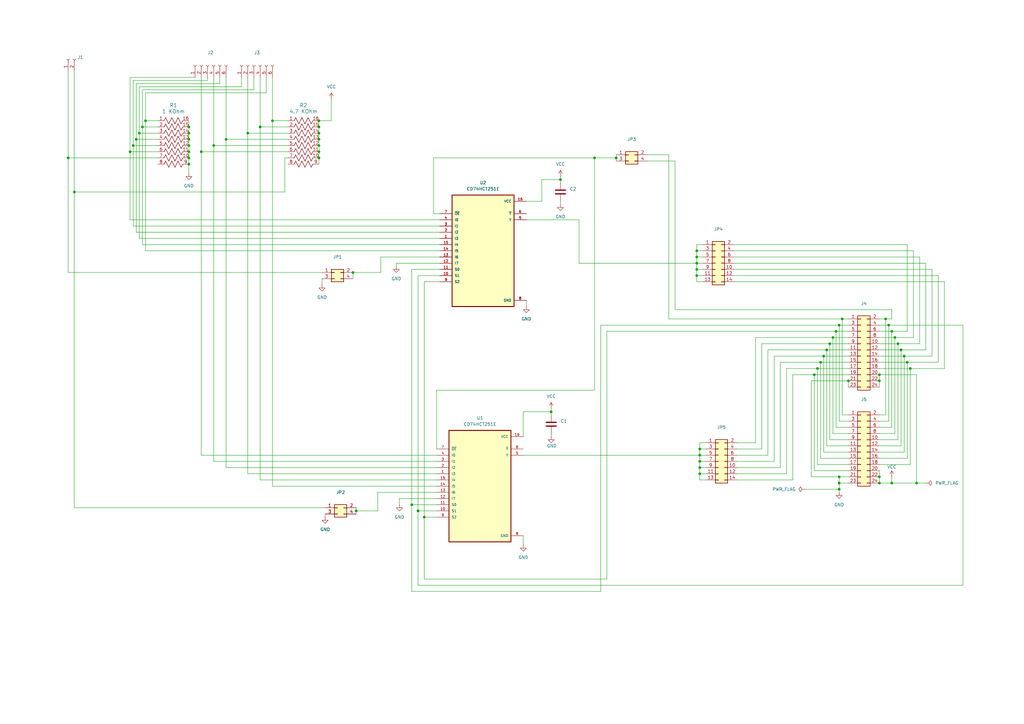
<source format=kicad_sch>
(kicad_sch (version 20231120) (generator "eeschema") (generator_version "8.0")
  (paper "A3")
  (title_block (title "Satellite board to manage 6 piano keys") (rev "0"))
  (lib_symbols
    (symbol "2024-11-04_19-40-42:4116R-1-102LF" (pin_names (offset 0.254))
      (property "Reference" "R" (at 5.08 2.54 0))
      (property "Value" "4116R-1-102LF" (at 5.08 -20.32 0))
      (symbol "4116R-1-102LF_0_1"
        (pin unspecified line (at 0 0 0) (length 2.54) (name "") (number "1"))
        (pin unspecified line (at 12.7 -15.24 180) (length 2.54) (name "") (number "10"))
        (pin unspecified line (at 12.7 -12.7 180) (length 2.54) (name "") (number "11"))
        (pin unspecified line (at 12.7 -10.16 180) (length 2.54) (name "") (number "12"))
        (pin unspecified line (at 12.7 -7.62 180) (length 2.54) (name "") (number "13"))
        (pin unspecified line (at 12.7 -5.08 180) (length 2.54) (name "") (number "14"))
        (pin unspecified line (at 12.7 -2.54 180) (length 2.54) (name "") (number "15"))
        (pin unspecified line (at 12.7 0 180) (length 2.54) (name "") (number "16"))
        (pin unspecified line (at 0 -2.54 0) (length 2.54) (name "") (number "2"))
        (pin unspecified line (at 0 -5.08 0) (length 2.54) (name "") (number "3"))
        (pin unspecified line (at 0 -7.62 0) (length 2.54) (name "") (number "4"))
        (pin unspecified line (at 0 -10.16 0) (length 2.54) (name "") (number "5"))
        (pin unspecified line (at 0 -12.7 0) (length 2.54) (name "") (number "6"))
        (pin unspecified line (at 0 -15.24 0) (length 2.54) (name "") (number "7"))
        (pin unspecified line (at 0 -17.78 0) (length 2.54) (name "") (number "8"))
        (pin unspecified line (at 12.7 -17.78 180) (length 2.54) (name "") (number "9"))
      )
    )
    (symbol "2024-11-04_19-45-11:4116R-1-472LF" (pin_names (offset 0.254))
      (property "Reference" "R" (at 5.08 2.54 0))
      (property "Value" "4116R-1-472LF" (at 5.08 -20.32 0))
      (symbol "4116R-1-472LF_0_1"
        (pin unspecified line (at 0 0 0) (length 2.54) (name "") (number "1"))
        (pin unspecified line (at 12.7 -15.24 180) (length 2.54) (name "") (number "10"))
        (pin unspecified line (at 12.7 -12.7 180) (length 2.54) (name "") (number "11"))
        (pin unspecified line (at 12.7 -10.16 180) (length 2.54) (name "") (number "12"))
        (pin unspecified line (at 12.7 -7.62 180) (length 2.54) (name "") (number "13"))
        (pin unspecified line (at 12.7 -5.08 180) (length 2.54) (name "") (number "14"))
        (pin unspecified line (at 12.7 -2.54 180) (length 2.54) (name "") (number "15"))
        (pin unspecified line (at 12.7 0 180) (length 2.54) (name "") (number "16"))
        (pin unspecified line (at 0 -2.54 0) (length 2.54) (name "") (number "2"))
        (pin unspecified line (at 0 -5.08 0) (length 2.54) (name "") (number "3"))
        (pin unspecified line (at 0 -7.62 0) (length 2.54) (name "") (number "4"))
        (pin unspecified line (at 0 -10.16 0) (length 2.54) (name "") (number "5"))
        (pin unspecified line (at 0 -12.7 0) (length 2.54) (name "") (number "6"))
        (pin unspecified line (at 0 -15.24 0) (length 2.54) (name "") (number "7"))
        (pin unspecified line (at 0 -17.78 0) (length 2.54) (name "") (number "8"))
        (pin unspecified line (at 12.7 -17.78 180) (length 2.54) (name "") (number "9"))
      )
    )
    (symbol "CD74HCT251E:CD74HCT251E" (pin_names (offset 1.016))
      (property "Reference" "U" (at -12.7 23.86 0))
      (property "Value" "CD74HCT251E" (at -12.7 -26.86 0))
      (symbol "CD74HCT251E_0_0"
        (pin input line (at -17.78 5.08 0) (length 5.08) (name "I3") (number "1"))
        (pin input line (at -17.78 -10.16 0) (length 5.08) (name "S1") (number "10"))
        (pin input line (at -17.78 -7.62 0) (length 5.08) (name "S0") (number "11"))
        (pin input line (at -17.78 -5.08 0) (length 5.08) (name "I7") (number "12"))
        (pin input line (at -17.78 -2.54 0) (length 5.08) (name "I6") (number "13"))
        (pin input line (at -17.78 0 0) (length 5.08) (name "I5") (number "14"))
        (pin input line (at -17.78 2.54 0) (length 5.08) (name "I4") (number "15"))
        (pin power_in line (at 17.78 20.32 180) (length 5.08) (name "VCC") (number "16"))
        (pin input line (at -17.78 7.62 0) (length 5.08) (name "I2") (number "2"))
        (pin input line (at -17.78 10.16 0) (length 5.08) (name "I1") (number "3"))
        (pin input line (at -17.78 12.7 0) (length 5.08) (name "I0") (number "4"))
        (pin output line (at 17.78 12.7 180) (length 5.08) (name "Y") (number "5"))
        (pin output line (at 17.78 15.24 180) (length 5.08) (name "~{Y}") (number "6"))
        (pin input line (at -17.78 15.24 0) (length 5.08) (name "~{OE}") (number "7"))
        (pin power_in line (at 17.78 -20.32 180) (length 5.08) (name "GND") (number "8"))
        (pin input line (at -17.78 -12.7 0) (length 5.08) (name "S2") (number "9"))
      )
    )
    (symbol "Connector:Conn_01x02_Socket" (pin_names (offset 1.016) hide)
      (property "Reference" "J" (at 0 2.54 0))
      (property "Value" "Conn_01x02_Socket" (at 0 -5.08 0))
      (symbol "Conn_01x02_Socket_1_1"
        (pin passive line (at -5.08 0 0) (length 3.81) (name "Pin_1") (number "1"))
        (pin passive line (at -5.08 -2.54 0) (length 3.81) (name "Pin_2") (number "2"))
      )
    )
    (symbol "Connector:Conn_01x06_Socket" (pin_names (offset 1.016) hide)
      (property "Reference" "J" (at 0 7.62 0))
      (property "Value" "Conn_01x06_Socket" (at 0 -10.16 0))
      (symbol "Conn_01x06_Socket_1_1"
        (pin passive line (at -5.08 5.08 0) (length 3.81) (name "Pin_1") (number "1"))
        (pin passive line (at -5.08 2.54 0) (length 3.81) (name "Pin_2") (number "2"))
        (pin passive line (at -5.08 0 0) (length 3.81) (name "Pin_3") (number "3"))
        (pin passive line (at -5.08 -2.54 0) (length 3.81) (name "Pin_4") (number "4"))
        (pin passive line (at -5.08 -5.08 0) (length 3.81) (name "Pin_5") (number "5"))
        (pin passive line (at -5.08 -7.62 0) (length 3.81) (name "Pin_6") (number "6"))
      )
    )
    (symbol "Connector_Generic:Conn_02x02_Odd_Even" (pin_names (offset 1.016) hide)
      (property "Reference" "J" (at 1.27 2.54 0))
      (property "Value" "Conn_02x02_Odd_Even" (at 1.27 -5.08 0))
      (symbol "Conn_02x02_Odd_Even_1_1"
        (pin passive line (at -5.08 0 0) (length 3.81) (name "Pin_1") (number "1"))
        (pin passive line (at 7.62 0 180) (length 3.81) (name "Pin_2") (number "2"))
        (pin passive line (at -5.08 -2.54 0) (length 3.81) (name "Pin_3") (number "3"))
        (pin passive line (at 7.62 -2.54 180) (length 3.81) (name "Pin_4") (number "4"))
      )
    )
    (symbol "Connector_Generic:Conn_02x07_Odd_Even" (pin_names (offset 1.016) hide)
      (property "Reference" "J" (at 1.27 10.16 0))
      (property "Value" "Conn_02x07_Odd_Even" (at 1.27 -10.16 0))
      (symbol "Conn_02x07_Odd_Even_1_1"
        (pin passive line (at -5.08 7.62 0) (length 3.81) (name "Pin_1") (number "1"))
        (pin passive line (at 7.62 -2.54 180) (length 3.81) (name "Pin_10") (number "10"))
        (pin passive line (at -5.08 -5.08 0) (length 3.81) (name "Pin_11") (number "11"))
        (pin passive line (at 7.62 -5.08 180) (length 3.81) (name "Pin_12") (number "12"))
        (pin passive line (at -5.08 -7.62 0) (length 3.81) (name "Pin_13") (number "13"))
        (pin passive line (at 7.62 -7.62 180) (length 3.81) (name "Pin_14") (number "14"))
        (pin passive line (at 7.62 7.62 180) (length 3.81) (name "Pin_2") (number "2"))
        (pin passive line (at -5.08 5.08 0) (length 3.81) (name "Pin_3") (number "3"))
        (pin passive line (at 7.62 5.08 180) (length 3.81) (name "Pin_4") (number "4"))
        (pin passive line (at -5.08 2.54 0) (length 3.81) (name "Pin_5") (number "5"))
        (pin passive line (at 7.62 2.54 180) (length 3.81) (name "Pin_6") (number "6"))
        (pin passive line (at -5.08 0 0) (length 3.81) (name "Pin_7") (number "7"))
        (pin passive line (at 7.62 0 180) (length 3.81) (name "Pin_8") (number "8"))
        (pin passive line (at -5.08 -2.54 0) (length 3.81) (name "Pin_9") (number "9"))
      )
    )
    (symbol "Connector_Generic:Conn_02x12_Odd_Even" (pin_names (offset 1.016) hide)
      (property "Reference" "J" (at 1.27 15.24 0))
      (property "Value" "Conn_02x12_Odd_Even" (at 1.27 -17.78 0))
      (symbol "Conn_02x12_Odd_Even_1_1"
        (pin passive line (at -5.08 12.7 0) (length 3.81) (name "Pin_1") (number "1"))
        (pin passive line (at 7.62 2.54 180) (length 3.81) (name "Pin_10") (number "10"))
        (pin passive line (at -5.08 0 0) (length 3.81) (name "Pin_11") (number "11"))
        (pin passive line (at 7.62 0 180) (length 3.81) (name "Pin_12") (number "12"))
        (pin passive line (at -5.08 -2.54 0) (length 3.81) (name "Pin_13") (number "13"))
        (pin passive line (at 7.62 -2.54 180) (length 3.81) (name "Pin_14") (number "14"))
        (pin passive line (at -5.08 -5.08 0) (length 3.81) (name "Pin_15") (number "15"))
        (pin passive line (at 7.62 -5.08 180) (length 3.81) (name "Pin_16") (number "16"))
        (pin passive line (at -5.08 -7.62 0) (length 3.81) (name "Pin_17") (number "17"))
        (pin passive line (at 7.62 -7.62 180) (length 3.81) (name "Pin_18") (number "18"))
        (pin passive line (at -5.08 -10.16 0) (length 3.81) (name "Pin_19") (number "19"))
        (pin passive line (at 7.62 12.7 180) (length 3.81) (name "Pin_2") (number "2"))
        (pin passive line (at 7.62 -10.16 180) (length 3.81) (name "Pin_20") (number "20"))
        (pin passive line (at -5.08 -12.7 0) (length 3.81) (name "Pin_21") (number "21"))
        (pin passive line (at 7.62 -12.7 180) (length 3.81) (name "Pin_22") (number "22"))
        (pin passive line (at -5.08 -15.24 0) (length 3.81) (name "Pin_23") (number "23"))
        (pin passive line (at 7.62 -15.24 180) (length 3.81) (name "Pin_24") (number "24"))
        (pin passive line (at -5.08 10.16 0) (length 3.81) (name "Pin_3") (number "3"))
        (pin passive line (at 7.62 10.16 180) (length 3.81) (name "Pin_4") (number "4"))
        (pin passive line (at -5.08 7.62 0) (length 3.81) (name "Pin_5") (number "5"))
        (pin passive line (at 7.62 7.62 180) (length 3.81) (name "Pin_6") (number "6"))
        (pin passive line (at -5.08 5.08 0) (length 3.81) (name "Pin_7") (number "7"))
        (pin passive line (at 7.62 5.08 180) (length 3.81) (name "Pin_8") (number "8"))
        (pin passive line (at -5.08 2.54 0) (length 3.81) (name "Pin_9") (number "9"))
      )
    )
    (symbol "Device:C" (pin_numbers hide) (pin_names (offset 0.254))
      (property "Reference" "C" (at 0.635 2.54 0))
      (property "Value" "C" (at 0.635 -2.54 0))
      (symbol "C_1_1"
        (pin passive line (at 0 3.81 270) (length 2.794) (name "~") (number "1"))
        (pin passive line (at 0 -3.81 90) (length 2.794) (name "~") (number "2"))
      )
    )
    (symbol "power:GND" (power) (pin_numbers hide) (pin_names (offset 0) hide)
      (property "Value" "GND" (at 0 -3.81 0))
      (symbol "GND_1_1"
        (pin power_in line (at 0 0 270) (length 0) (name "~") (number "1"))
      )
    )
    (symbol "power:PWR_FLAG" (power) (pin_numbers hide) (pin_names (offset 0) hide)
      (property "Value" "PWR_FLAG" (at 0 3.81 0))
      (symbol "PWR_FLAG_0_0"
        (pin power_out line (at 0 0 90) (length 0) (name "~") (number "1"))
      )
    )
    (symbol "power:VCC" (power) (pin_numbers hide) (pin_names (offset 0) hide)
      (property "Value" "VCC" (at 0 3.556 0))
      (symbol "VCC_1_1"
        (pin power_in line (at 0 0 90) (length 0) (name "~") (number "1"))
      )
    )
  )
  (junction (at 285.75 102.87))
  (junction (at 335.28 151.13))
  (junction (at 360.68 195.58))
  (junction (at 130.81 52.07))
  (junction (at 101.6 54.61))
  (junction (at 367.03 138.43))
  (junction (at 375.92 198.12))
  (junction (at 77.47 57.15))
  (junction (at 226.06 168.91))
  (junction (at 130.81 54.61))
  (junction (at 344.17 198.12))
  (junction (at 287.02 184.15))
  (junction (at 106.68 52.07))
  (junction (at 77.47 54.61))
  (junction (at 130.81 64.77))
  (junction (at 57.15 54.61))
  (junction (at 373.38 151.13))
  (junction (at 173.99 212.09))
  (junction (at 360.68 156.21))
  (junction (at 372.11 148.59))
  (junction (at 77.47 62.23))
  (junction (at 27.94 64.77))
  (junction (at 111.76 49.53))
  (junction (at 345.44 130.81))
  (junction (at 287.02 186.69))
  (junction (at 130.81 49.53))
  (junction (at 344.17 195.58))
  (junction (at 369.57 143.51))
  (junction (at 365.76 135.89))
  (junction (at 77.47 67.31))
  (junction (at 287.02 194.31))
  (junction (at 82.55 62.23))
  (junction (at 229.87 73.66))
  (junction (at 365.76 198.12))
  (junction (at 337.82 146.05))
  (junction (at 77.47 64.77))
  (junction (at 341.63 138.43))
  (junction (at 363.22 130.81))
  (junction (at 58.42 52.07))
  (junction (at 285.75 105.41))
  (junction (at 339.09 143.51))
  (junction (at 370.84 146.05))
  (junction (at 334.01 153.67))
  (junction (at 347.98 156.21))
  (junction (at 30.48 78.74))
  (junction (at 59.69 49.53))
  (junction (at 360.68 198.12))
  (junction (at 344.17 200.66))
  (junction (at 146.05 209.55))
  (junction (at 252.73 64.77))
  (junction (at 54.61 59.69))
  (junction (at 87.63 59.69))
  (junction (at 285.75 113.03))
  (junction (at 171.45 209.55))
  (junction (at 77.47 52.07))
  (junction (at 53.34 62.23))
  (junction (at 287.02 189.23))
  (junction (at 364.49 133.35))
  (junction (at 77.47 59.69))
  (junction (at 130.81 62.23))
  (junction (at 344.17 133.35))
  (junction (at 55.88 57.15))
  (junction (at 144.78 111.76))
  (junction (at 130.81 57.15))
  (junction (at 360.68 153.67))
  (junction (at 168.91 207.01))
  (junction (at 285.75 107.95))
  (junction (at 340.36 140.97))
  (junction (at 130.81 59.69))
  (junction (at 285.75 110.49))
  (junction (at 336.55 148.59))
  (junction (at 287.02 191.77))
  (junction (at 243.84 64.77))
  (junction (at 368.3 140.97))
  (junction (at 342.9 135.89))
  (junction (at 92.71 57.15))
  (wire (pts (xy 312.42 140.97) (xy 312.42 184.15)))
  (wire (pts (xy 335.28 190.5) (xy 335.28 151.13)))
  (wire (pts (xy 54.61 33.02) (xy 54.61 59.69)))
  (wire (pts (xy 180.34 92.71) (xy 54.61 92.71)))
  (wire (pts (xy 360.68 153.67) (xy 360.68 156.21)))
  (wire (pts (xy 77.47 57.15) (xy 77.47 59.69)))
  (wire (pts (xy 360.68 140.97) (xy 368.3 140.97)))
  (wire (pts (xy 373.38 151.13) (xy 387.35 151.13)))
  (wire (pts (xy 347.98 180.34) (xy 340.36 180.34)))
  (wire (pts (xy 77.47 62.23) (xy 77.47 64.77)))
  (wire (pts (xy 85.09 33.02) (xy 54.61 33.02)))
  (wire (pts (xy 248.92 135.89) (xy 342.9 135.89)))
  (wire (pts (xy 341.63 138.43) (xy 347.98 138.43)))
  (wire (pts (xy 130.81 49.53) (xy 130.81 52.07)))
  (wire (pts (xy 344.17 133.35) (xy 347.98 133.35)))
  (wire (pts (xy 330.2 200.66) (xy 344.17 200.66)))
  (wire (pts (xy 57.15 97.79) (xy 57.15 54.61)))
  (wire (pts (xy 130.81 54.61) (xy 130.81 57.15)))
  (wire (pts (xy 57.15 54.61) (xy 64.77 54.61)))
  (wire (pts (xy 372.11 135.89) (xy 372.11 100.33)))
  (wire (pts (xy 92.71 191.77) (xy 92.71 57.15)))
  (wire (pts (xy 30.48 208.28) (xy 133.35 208.28)))
  (wire (pts (xy 344.17 172.72) (xy 344.17 133.35)))
  (wire (pts (xy 374.65 138.43) (xy 374.65 102.87)))
  (wire (pts (xy 347.98 195.58) (xy 344.17 195.58)))
  (wire (pts (xy 367.03 138.43) (xy 374.65 138.43)))
  (wire (pts (xy 58.42 100.33) (xy 58.42 52.07)))
  (wire (pts (xy 130.81 64.77) (xy 130.81 67.31)))
  (wire (pts (xy 287.02 186.69) (xy 289.56 186.69)))
  (wire (pts (xy 369.57 182.88) (xy 369.57 143.51)))
  (wire (pts (xy 77.47 64.77) (xy 77.47 67.31)))
  (wire (pts (xy 387.35 151.13) (xy 387.35 115.57)))
  (wire (pts (xy 101.6 194.31) (xy 101.6 54.61)))
  (wire (pts (xy 59.69 49.53) (xy 64.77 49.53)))
  (wire (pts (xy 372.11 148.59) (xy 384.81 148.59)))
  (wire (pts (xy 285.75 115.57) (xy 288.29 115.57)))
  (wire (pts (xy 30.48 78.74) (xy 116.84 78.74)))
  (wire (pts (xy 168.91 110.49) (xy 168.91 207.01)))
  (wire (pts (xy 339.09 182.88) (xy 339.09 143.51)))
  (wire (pts (xy 177.8 87.63) (xy 177.8 64.77)))
  (wire (pts (xy 289.56 181.61) (xy 287.02 181.61)))
  (wire (pts (xy 347.98 130.81) (xy 345.44 130.81)))
  (wire (pts (xy 334.01 193.04) (xy 334.01 153.67)))
  (wire (pts (xy 27.94 111.76) (xy 27.94 64.77)))
  (wire (pts (xy 87.63 59.69) (xy 118.11 59.69)))
  (wire (pts (xy 179.07 201.93) (xy 154.94 201.93)))
  (wire (pts (xy 59.69 38.1) (xy 59.69 49.53)))
  (wire (pts (xy 337.82 185.42) (xy 337.82 146.05)))
  (wire (pts (xy 347.98 193.04) (xy 334.01 193.04)))
  (wire (pts (xy 226.06 177.8) (xy 226.06 179.07)))
  (wire (pts (xy 377.19 105.41) (xy 300.99 105.41)))
  (wire (pts (xy 130.81 62.23) (xy 130.81 64.77)))
  (wire (pts (xy 320.04 191.77) (xy 302.26 191.77)))
  (wire (pts (xy 360.68 170.18) (xy 363.22 170.18)))
  (wire (pts (xy 360.68 148.59) (xy 372.11 148.59)))
  (wire (pts (xy 374.65 102.87) (xy 300.99 102.87)))
  (wire (pts (xy 154.94 201.93) (xy 154.94 209.55)))
  (wire (pts (xy 332.74 195.58) (xy 344.17 195.58)))
  (wire (pts (xy 243.84 64.77) (xy 243.84 160.02)))
  (wire (pts (xy 168.91 207.01) (xy 168.91 242.57)))
  (wire (pts (xy 287.02 186.69) (xy 287.02 189.23)))
  (wire (pts (xy 116.84 78.74) (xy 116.84 64.77)))
  (wire (pts (xy 347.98 172.72) (xy 344.17 172.72)))
  (wire (pts (xy 55.88 34.29) (xy 55.88 57.15)))
  (wire (pts (xy 360.68 151.13) (xy 373.38 151.13)))
  (wire (pts (xy 82.55 62.23) (xy 118.11 62.23)))
  (wire (pts (xy 365.76 198.12) (xy 375.92 198.12)))
  (wire (pts (xy 363.22 130.81) (xy 365.76 130.81)))
  (wire (pts (xy 106.68 196.85) (xy 106.68 52.07)))
  (wire (pts (xy 363.22 170.18) (xy 363.22 130.81)))
  (wire (pts (xy 180.34 97.79) (xy 57.15 97.79)))
  (wire (pts (xy 146.05 209.55) (xy 154.94 209.55)))
  (wire (pts (xy 287.02 191.77) (xy 287.02 194.31)))
  (wire (pts (xy 372.11 187.96) (xy 372.11 148.59)))
  (wire (pts (xy 342.9 175.26) (xy 342.9 135.89)))
  (wire (pts (xy 156.21 105.41) (xy 156.21 111.76)))
  (wire (pts (xy 116.84 64.77) (xy 118.11 64.77)))
  (wire (pts (xy 345.44 130.81) (xy 274.32 130.81)))
  (wire (pts (xy 360.68 182.88) (xy 369.57 182.88)))
  (wire (pts (xy 314.96 186.69) (xy 302.26 186.69)))
  (wire (pts (xy 360.68 156.21) (xy 360.68 158.75)))
  (wire (pts (xy 92.71 57.15) (xy 118.11 57.15)))
  (wire (pts (xy 180.34 90.17) (xy 53.34 90.17)))
  (wire (pts (xy 243.84 160.02) (xy 179.07 160.02)))
  (wire (pts (xy 171.45 240.03) (xy 171.45 209.55)))
  (wire (pts (xy 77.47 67.31) (xy 77.47 71.12)))
  (wire (pts (xy 317.5 189.23) (xy 302.26 189.23)))
  (wire (pts (xy 111.76 199.39) (xy 111.76 49.53)))
  (wire (pts (xy 347.98 177.8) (xy 341.63 177.8)))
  (wire (pts (xy 347.98 170.18) (xy 345.44 170.18)))
  (wire (pts (xy 365.76 135.89) (xy 372.11 135.89)))
  (wire (pts (xy 111.76 31.75) (xy 111.76 49.53)))
  (wire (pts (xy 179.07 186.69) (xy 82.55 186.69)))
  (wire (pts (xy 347.98 175.26) (xy 342.9 175.26)))
  (wire (pts (xy 214.63 219.71) (xy 214.63 223.52)))
  (wire (pts (xy 111.76 49.53) (xy 118.11 49.53)))
  (wire (pts (xy 370.84 185.42) (xy 370.84 146.05)))
  (wire (pts (xy 106.68 196.85) (xy 179.07 196.85)))
  (wire (pts (xy 173.99 237.49) (xy 248.92 237.49)))
  (wire (pts (xy 344.17 198.12) (xy 344.17 200.66)))
  (wire (pts (xy 394.97 133.35) (xy 394.97 240.03)))
  (wire (pts (xy 285.75 107.95) (xy 285.75 110.49)))
  (wire (pts (xy 55.88 57.15) (xy 55.88 95.25)))
  (wire (pts (xy 320.04 148.59) (xy 320.04 191.77)))
  (wire (pts (xy 347.98 185.42) (xy 337.82 185.42)))
  (wire (pts (xy 344.17 195.58) (xy 344.17 198.12)))
  (wire (pts (xy 87.63 31.75) (xy 87.63 59.69)))
  (wire (pts (xy 229.87 73.66) (xy 229.87 74.93)))
  (wire (pts (xy 373.38 190.5) (xy 373.38 151.13)))
  (wire (pts (xy 382.27 110.49) (xy 300.99 110.49)))
  (wire (pts (xy 336.55 187.96) (xy 336.55 148.59)))
  (wire (pts (xy 382.27 146.05) (xy 382.27 110.49)))
  (wire (pts (xy 368.3 140.97) (xy 377.19 140.97)))
  (wire (pts (xy 171.45 113.03) (xy 171.45 209.55)))
  (wire (pts (xy 360.68 190.5) (xy 373.38 190.5)))
  (wire (pts (xy 179.07 207.01) (xy 168.91 207.01)))
  (wire (pts (xy 215.9 123.19) (xy 215.9 125.73)))
  (wire (pts (xy 77.47 49.53) (xy 77.47 52.07)))
  (wire (pts (xy 344.17 198.12) (xy 347.98 198.12)))
  (wire (pts (xy 337.82 146.05) (xy 347.98 146.05)))
  (wire (pts (xy 332.74 156.21) (xy 332.74 195.58)))
  (wire (pts (xy 180.34 110.49) (xy 168.91 110.49)))
  (wire (pts (xy 180.34 87.63) (xy 177.8 87.63)))
  (wire (pts (xy 243.84 64.77) (xy 252.73 64.77)))
  (wire (pts (xy 54.61 59.69) (xy 54.61 92.71)))
  (wire (pts (xy 384.81 113.03) (xy 300.99 113.03)))
  (wire (pts (xy 312.42 140.97) (xy 340.36 140.97)))
  (wire (pts (xy 135.89 40.64) (xy 135.89 49.53)))
  (wire (pts (xy 179.07 199.39) (xy 111.76 199.39)))
  (wire (pts (xy 274.32 63.5) (xy 265.43 63.5)))
  (wire (pts (xy 246.38 133.35) (xy 344.17 133.35)))
  (wire (pts (xy 237.49 107.95) (xy 285.75 107.95)))
  (wire (pts (xy 252.73 64.77) (xy 252.73 66.04)))
  (wire (pts (xy 347.98 190.5) (xy 335.28 190.5)))
  (wire (pts (xy 173.99 115.57) (xy 173.99 212.09)))
  (wire (pts (xy 237.49 90.17) (xy 237.49 107.95)))
  (wire (pts (xy 222.25 73.66) (xy 229.87 73.66)))
  (wire (pts (xy 285.75 110.49) (xy 285.75 113.03)))
  (wire (pts (xy 360.68 187.96) (xy 372.11 187.96)))
  (wire (pts (xy 82.55 31.75) (xy 82.55 62.23)))
  (wire (pts (xy 325.12 196.85) (xy 302.26 196.85)))
  (wire (pts (xy 106.68 31.75) (xy 106.68 52.07)))
  (wire (pts (xy 57.15 35.56) (xy 57.15 54.61)))
  (wire (pts (xy 285.75 102.87) (xy 285.75 105.41)))
  (wire (pts (xy 246.38 133.35) (xy 246.38 242.57)))
  (wire (pts (xy 360.68 175.26) (xy 365.76 175.26)))
  (wire (pts (xy 180.34 100.33) (xy 58.42 100.33)))
  (wire (pts (xy 80.01 31.75) (xy 53.34 31.75)))
  (wire (pts (xy 287.02 194.31) (xy 289.56 194.31)))
  (wire (pts (xy 340.36 140.97) (xy 347.98 140.97)))
  (wire (pts (xy 364.49 133.35) (xy 394.97 133.35)))
  (wire (pts (xy 285.75 105.41) (xy 288.29 105.41)))
  (wire (pts (xy 229.87 82.55) (xy 229.87 83.82)))
  (wire (pts (xy 285.75 107.95) (xy 288.29 107.95)))
  (wire (pts (xy 59.69 102.87) (xy 59.69 49.53)))
  (wire (pts (xy 347.98 156.21) (xy 332.74 156.21)))
  (wire (pts (xy 30.48 29.21) (xy 30.48 78.74)))
  (wire (pts (xy 309.88 138.43) (xy 341.63 138.43)))
  (wire (pts (xy 135.89 49.53) (xy 130.81 49.53)))
  (wire (pts (xy 179.07 204.47) (xy 163.83 204.47)))
  (wire (pts (xy 336.55 148.59) (xy 347.98 148.59)))
  (wire (pts (xy 229.87 72.39) (xy 229.87 73.66)))
  (wire (pts (xy 360.68 180.34) (xy 368.3 180.34)))
  (wire (pts (xy 171.45 209.55) (xy 179.07 209.55)))
  (wire (pts (xy 54.61 59.69) (xy 64.77 59.69)))
  (wire (pts (xy 77.47 54.61) (xy 77.47 57.15)))
  (wire (pts (xy 82.55 186.69) (xy 82.55 62.23)))
  (wire (pts (xy 285.75 105.41) (xy 285.75 107.95)))
  (wire (pts (xy 287.02 184.15) (xy 289.56 184.15)))
  (wire (pts (xy 369.57 143.51) (xy 379.73 143.51)))
  (wire (pts (xy 177.8 64.77) (xy 243.84 64.77)))
  (wire (pts (xy 58.42 52.07) (xy 64.77 52.07)))
  (wire (pts (xy 285.75 113.03) (xy 288.29 113.03)))
  (wire (pts (xy 77.47 52.07) (xy 77.47 54.61)))
  (wire (pts (xy 317.5 146.05) (xy 337.82 146.05)))
  (wire (pts (xy 146.05 209.55) (xy 146.05 210.82)))
  (wire (pts (xy 309.88 181.61) (xy 302.26 181.61)))
  (wire (pts (xy 276.86 127) (xy 276.86 66.04)))
  (wire (pts (xy 53.34 90.17) (xy 53.34 62.23)))
  (wire (pts (xy 322.58 151.13) (xy 335.28 151.13)))
  (wire (pts (xy 92.71 31.75) (xy 92.71 57.15)))
  (wire (pts (xy 104.14 36.83) (xy 58.42 36.83)))
  (wire (pts (xy 162.56 107.95) (xy 162.56 109.22)))
  (wire (pts (xy 325.12 153.67) (xy 325.12 196.85)))
  (wire (pts (xy 180.34 102.87) (xy 59.69 102.87)))
  (wire (pts (xy 99.06 35.56) (xy 57.15 35.56)))
  (wire (pts (xy 85.09 31.75) (xy 85.09 33.02)))
  (wire (pts (xy 27.94 29.21) (xy 27.94 64.77)))
  (wire (pts (xy 360.68 185.42) (xy 370.84 185.42)))
  (wire (pts (xy 168.91 242.57) (xy 246.38 242.57)))
  (wire (pts (xy 156.21 111.76) (xy 144.78 111.76)))
  (wire (pts (xy 101.6 31.75) (xy 101.6 54.61)))
  (wire (pts (xy 214.63 168.91) (xy 226.06 168.91)))
  (wire (pts (xy 368.3 180.34) (xy 368.3 140.97)))
  (wire (pts (xy 77.47 59.69) (xy 77.47 62.23)))
  (wire (pts (xy 274.32 130.81) (xy 274.32 63.5)))
  (wire (pts (xy 214.63 168.91) (xy 214.63 179.07)))
  (wire (pts (xy 222.25 82.55) (xy 222.25 73.66)))
  (wire (pts (xy 365.76 130.81) (xy 365.76 127)))
  (wire (pts (xy 360.68 133.35) (xy 364.49 133.35)))
  (wire (pts (xy 317.5 146.05) (xy 317.5 189.23)))
  (wire (pts (xy 99.06 31.75) (xy 99.06 35.56)))
  (wire (pts (xy 322.58 194.31) (xy 302.26 194.31)))
  (wire (pts (xy 179.07 194.31) (xy 101.6 194.31)))
  (wire (pts (xy 367.03 177.8) (xy 367.03 138.43)))
  (wire (pts (xy 130.81 57.15) (xy 130.81 59.69)))
  (wire (pts (xy 27.94 111.76) (xy 132.08 111.76)))
  (wire (pts (xy 133.35 210.82) (xy 133.35 212.09)))
  (wire (pts (xy 146.05 208.28) (xy 146.05 209.55)))
  (wire (pts (xy 27.94 64.77) (xy 64.77 64.77)))
  (wire (pts (xy 360.68 153.67) (xy 375.92 153.67)))
  (wire (pts (xy 312.42 184.15) (xy 302.26 184.15)))
  (wire (pts (xy 287.02 194.31) (xy 287.02 196.85)))
  (wire (pts (xy 53.34 31.75) (xy 53.34 62.23)))
  (wire (pts (xy 360.68 138.43) (xy 367.03 138.43)))
  (wire (pts (xy 252.73 63.5) (xy 252.73 64.77)))
  (wire (pts (xy 215.9 82.55) (xy 222.25 82.55)))
  (wire (pts (xy 58.42 36.83) (xy 58.42 52.07)))
  (wire (pts (xy 101.6 54.61) (xy 118.11 54.61)))
  (wire (pts (xy 130.81 59.69) (xy 130.81 62.23)))
  (wire (pts (xy 314.96 143.51) (xy 339.09 143.51)))
  (wire (pts (xy 360.68 130.81) (xy 363.22 130.81)))
  (wire (pts (xy 287.02 189.23) (xy 287.02 191.77)))
  (wire (pts (xy 285.75 102.87) (xy 288.29 102.87)))
  (wire (pts (xy 347.98 187.96) (xy 336.55 187.96)))
  (wire (pts (xy 379.73 107.95) (xy 300.99 107.95)))
  (wire (pts (xy 173.99 212.09) (xy 179.07 212.09)))
  (wire (pts (xy 288.29 100.33) (xy 285.75 100.33)))
  (wire (pts (xy 180.34 107.95) (xy 162.56 107.95)))
  (wire (pts (xy 171.45 240.03) (xy 394.97 240.03)))
  (wire (pts (xy 342.9 135.89) (xy 347.98 135.89)))
  (wire (pts (xy 87.63 189.23) (xy 87.63 59.69)))
  (wire (pts (xy 285.75 100.33) (xy 285.75 102.87)))
  (wire (pts (xy 287.02 181.61) (xy 287.02 184.15)))
  (wire (pts (xy 364.49 172.72) (xy 364.49 133.35)))
  (wire (pts (xy 360.68 198.12) (xy 365.76 198.12)))
  (wire (pts (xy 287.02 196.85) (xy 289.56 196.85)))
  (wire (pts (xy 347.98 182.88) (xy 339.09 182.88)))
  (wire (pts (xy 130.81 52.07) (xy 130.81 54.61)))
  (wire (pts (xy 365.76 195.58) (xy 365.76 198.12)))
  (wire (pts (xy 335.28 151.13) (xy 347.98 151.13)))
  (wire (pts (xy 375.92 198.12) (xy 379.73 198.12)))
  (wire (pts (xy 287.02 191.77) (xy 289.56 191.77)))
  (wire (pts (xy 53.34 62.23) (xy 64.77 62.23)))
  (wire (pts (xy 379.73 143.51) (xy 379.73 107.95)))
  (wire (pts (xy 265.43 66.04) (xy 276.86 66.04)))
  (wire (pts (xy 215.9 90.17) (xy 237.49 90.17)))
  (wire (pts (xy 325.12 153.67) (xy 334.01 153.67)))
  (wire (pts (xy 180.34 105.41) (xy 156.21 105.41)))
  (wire (pts (xy 344.17 201.93) (xy 344.17 200.66)))
  (wire (pts (xy 180.34 113.03) (xy 171.45 113.03)))
  (wire (pts (xy 163.83 204.47) (xy 163.83 207.01)))
  (wire (pts (xy 214.63 186.69) (xy 287.02 186.69)))
  (wire (pts (xy 180.34 95.25) (xy 55.88 95.25)))
  (wire (pts (xy 287.02 189.23) (xy 289.56 189.23)))
  (wire (pts (xy 347.98 156.21) (xy 347.98 158.75)))
  (wire (pts (xy 180.34 115.57) (xy 173.99 115.57)))
  (wire (pts (xy 90.17 31.75) (xy 90.17 34.29)))
  (wire (pts (xy 387.35 115.57) (xy 300.99 115.57)))
  (wire (pts (xy 360.68 143.51) (xy 369.57 143.51)))
  (wire (pts (xy 55.88 57.15) (xy 64.77 57.15)))
  (wire (pts (xy 339.09 143.51) (xy 347.98 143.51)))
  (wire (pts (xy 226.06 167.64) (xy 226.06 168.91)))
  (wire (pts (xy 106.68 52.07) (xy 118.11 52.07)))
  (wire (pts (xy 360.68 135.89) (xy 365.76 135.89)))
  (wire (pts (xy 360.68 172.72) (xy 364.49 172.72)))
  (wire (pts (xy 179.07 189.23) (xy 87.63 189.23)))
  (wire (pts (xy 360.68 146.05) (xy 370.84 146.05)))
  (wire (pts (xy 90.17 34.29) (xy 55.88 34.29)))
  (wire (pts (xy 248.92 135.89) (xy 248.92 237.49)))
  (wire (pts (xy 109.22 31.75) (xy 109.22 38.1)))
  (wire (pts (xy 287.02 184.15) (xy 287.02 186.69)))
  (wire (pts (xy 30.48 208.28) (xy 30.48 78.74)))
  (wire (pts (xy 365.76 175.26) (xy 365.76 135.89)))
  (wire (pts (xy 322.58 151.13) (xy 322.58 194.31)))
  (wire (pts (xy 285.75 113.03) (xy 285.75 115.57)))
  (wire (pts (xy 370.84 146.05) (xy 382.27 146.05)))
  (wire (pts (xy 345.44 170.18) (xy 345.44 130.81)))
  (wire (pts (xy 360.68 195.58) (xy 360.68 198.12)))
  (wire (pts (xy 314.96 143.51) (xy 314.96 186.69)))
  (wire (pts (xy 109.22 38.1) (xy 59.69 38.1)))
  (wire (pts (xy 320.04 148.59) (xy 336.55 148.59)))
  (wire (pts (xy 144.78 111.76) (xy 144.78 114.3)))
  (wire (pts (xy 375.92 153.67) (xy 375.92 198.12)))
  (wire (pts (xy 179.07 191.77) (xy 92.71 191.77)))
  (wire (pts (xy 173.99 237.49) (xy 173.99 212.09)))
  (wire (pts (xy 132.08 114.3) (xy 132.08 116.84)))
  (wire (pts (xy 360.68 193.04) (xy 360.68 195.58)))
  (wire (pts (xy 365.76 127) (xy 276.86 127)))
  (wire (pts (xy 285.75 110.49) (xy 288.29 110.49)))
  (wire (pts (xy 340.36 180.34) (xy 340.36 140.97)))
  (wire (pts (xy 360.68 177.8) (xy 367.03 177.8)))
  (wire (pts (xy 226.06 168.91) (xy 226.06 170.18)))
  (wire (pts (xy 334.01 153.67) (xy 347.98 153.67)))
  (wire (pts (xy 377.19 140.97) (xy 377.19 105.41)))
  (wire (pts (xy 384.81 148.59) (xy 384.81 113.03)))
  (wire (pts (xy 179.07 160.02) (xy 179.07 184.15)))
  (wire (pts (xy 309.88 138.43) (xy 309.88 181.61)))
  (wire (pts (xy 341.63 177.8) (xy 341.63 138.43)))
  (wire (pts (xy 372.11 100.33) (xy 300.99 100.33)))
  (wire (pts (xy 104.14 36.83) (xy 104.14 31.75)))
  (symbol (lib_id "Device:C") (at 229.87 78.74 0) (unit 1)
    (property "Reference" "C2" (at 233.68 77.4699 0) (effects (justify left)))
    (property "Value" "C" (effects (hide yes)))
    (property "Footprint" "B32529C0102K289:CAPRR500W50L730T250H650" (effects (hide yes)))
    (property "Description" "Unpolarized capacitor" (effects (hide yes)))
  )
  (symbol (lib_id "Connector_Generic:Conn_02x02_Odd_Even") (at 137.16 111.76 0) (unit 1)
    (property "Reference" "JP1" (at 138.43 105.41 0))
    (property "Value" "Conn_02x02_Odd_Even" (effects (hide yes)))
    (property "Footprint" "Connector_PinHeader_2.54mm:PinHeader_2x02_P2.54mm_Vertical" (effects (hide yes)))
    (property "Description" "Generic connector, double row, 02x02, odd/even pin numbering scheme (row 1 odd numbers, row 2 even numbers), script generated (kicad-library-utils/schlib/autogen/connector/)" (effects (hide yes)))
  )
  (symbol (lib_id "power:GND") (at 162.56 109.22 0) (unit 1)
    (property "Reference" "#PWR05" (effects (hide yes)))
    (property "Value" "GND" (at 162.56 114.3 0))
    (property "Description" "Power symbol creates a global label with name \"GND\" , ground" (effects (hide yes)))
  )
  (symbol (lib_id "power:VCC") (at 365.76 195.58 0) (unit 1)
    (property "Reference" "#PWR014" (effects (hide yes)))
    (property "Value" "VCC" (at 365.76 191.516 0))
    (property "Description" "Power symbol creates a global label with name \"VCC\"" (effects (hide yes)))
  )
  (symbol (lib_id "Connector:Conn_01x02_Socket") (at 27.94 24.13 90) (unit 1)
    (property "Reference" "J1" (at 31.75 23.4949 90) (effects (justify right)))
    (property "Value" "Conn_01x02_Socket" (effects (hide yes)))
    (property "Footprint" "Connector_PinHeader_2.54mm:PinHeader_1x02_P2.54mm_Vertical" (effects (hide yes)))
    (property "Description" "Generic connector, single row, 01x02, script generated" (effects (hide yes)))
  )
  (symbol (lib_id "Connector_Generic:Conn_02x12_Odd_Even") (at 353.06 143.51 0) (unit 1)
    (property "Reference" "J4" (at 354.33 124.46 0))
    (property "Value" "Conn_02x12_Odd_Even" (effects (hide yes)))
    (property "Footprint" "Connector_PinHeader_2.54mm:PinHeader_2x12_P2.54mm_Vertical" (effects (hide yes)))
    (property "Description" "Generic connector, double row, 02x12, odd/even pin numbering scheme (row 1 odd numbers, row 2 even numbers), script generated (kicad-library-utils/schlib/autogen/connector/)" (effects (hide yes)))
  )
  (symbol (lib_id "Connector_Generic:Conn_02x12_Odd_Even") (at 353.06 182.88 0) (unit 1)
    (property "Reference" "J5" (at 354.33 163.83 0))
    (property "Value" "Conn_02x12_Odd_Even" (effects (hide yes)))
    (property "Footprint" "Connector_PinHeader_2.54mm:PinHeader_2x12_P2.54mm_Vertical" (effects (hide yes)))
    (property "Description" "Generic connector, double row, 02x12, odd/even pin numbering scheme (row 1 odd numbers, row 2 even numbers), script generated (kicad-library-utils/schlib/autogen/connector/)" (effects (hide yes)))
  )
  (symbol (lib_id "Connector_Generic:Conn_02x07_Odd_Even") (at 294.64 189.23 0) (unit 1)
    (property "Reference" "JP5" (at 295.91 175.26 0))
    (property "Value" "Conn_02x07_Odd_Even" (effects (hide yes)))
    (property "Footprint" "Connector_PinHeader_2.54mm:PinHeader_2x07_P2.54mm_Vertical" (effects (hide yes)))
    (property "Description" "Generic connector, double row, 02x07, odd/even pin numbering scheme (row 1 odd numbers, row 2 even numbers), script generated (kicad-library-utils/schlib/autogen/connector/)" (effects (hide yes)))
  )
  (symbol (lib_id "power:PWR_FLAG") (at 330.2 200.66 90) (unit 1)
    (property "Reference" "#FLG01" (effects (hide yes)))
    (property "Value" "PWR_FLAG" (at 326.39 200.6599 90) (effects (justify left)))
    (property "Description" "Special symbol for telling ERC where power comes from" (effects (hide yes)))
  )
  (symbol (lib_id "CD74HCT251E:CD74HCT251E") (at 198.12 102.87 0) (unit 1)
    (property "Reference" "U2" (at 198.12 74.93 0))
    (property "Value" "CD74HCT251E" (at 198.12 77.47 0))
    (property "Footprint" "CD74HCT251E:DIP794W45P254L1969H508Q16" (effects (hide yes)))
    (property "MF" "Texas Instruments" (effects (hide yes)))
    (property "Description_1" "\n                        \n                            High Speed CMOS Logic 8-Input Multiplexer, 3-State\n                        \n" (effects (hide yes)))
    (property "Package" "PDIP-16 Texas Instruments" (effects (hide yes)))
    (property "Price" "None" (effects (hide yes)))
    (property "SnapEDA_Link" "https://www.snapeda.com/parts/CD74HCT251E/Texas+Instruments/view-part/?ref=snap" (effects (hide yes)))
    (property "MP" "CD74HCT251E" (effects (hide yes)))
    (property "Availability" "In Stock" (effects (hide yes)))
    (property "Check_prices" "https://www.snapeda.com/parts/CD74HCT251E/Texas+Instruments/view-part/?ref=eda" (effects (hide yes)))
  )
  (symbol (lib_id "power:GND") (at 77.47 71.12 0) (unit 1)
    (property "Reference" "#PWR01" (effects (hide yes)))
    (property "Value" "GND" (at 77.47 76.2 0))
    (property "Description" "Power symbol creates a global label with name \"GND\" , ground" (effects (hide yes)))
  )
  (symbol (lib_id "power:VCC") (at 135.89 40.64 0) (unit 1)
    (property "Reference" "#PWR04" (effects (hide yes)))
    (property "Value" "VCC" (at 135.89 35.56 0))
    (property "Description" "Power symbol creates a global label with name \"VCC\"" (effects (hide yes)))
  )
  (symbol (lib_id "power:GND") (at 215.9 125.73 0) (unit 1)
    (property "Reference" "#PWR08" (effects (hide yes)))
    (property "Value" "GND" (at 215.9 130.81 0))
    (property "Description" "Power symbol creates a global label with name \"GND\" , ground" (effects (hide yes)))
  )
  (symbol (lib_id "power:GND") (at 226.06 179.07 0) (unit 1)
    (property "Reference" "#PWR010" (effects (hide yes)))
    (property "Value" "GND" (at 226.314 182.88 0))
    (property "Description" "Power symbol creates a global label with name \"GND\" , ground" (effects (hide yes)))
  )
  (symbol (lib_id "power:VCC") (at 226.06 167.64 0) (unit 1)
    (property "Reference" "#PWR09" (effects (hide yes)))
    (property "Value" "VCC" (at 226.06 162.56 0))
    (property "Description" "Power symbol creates a global label with name \"VCC\"" (effects (hide yes)))
  )
  (symbol (lib_id "Connector_Generic:Conn_02x07_Odd_Even") (at 293.37 107.95 0) (unit 1)
    (property "Reference" "JP4" (at 294.64 93.98 0))
    (property "Value" "Conn_02x07_Odd_Even" (effects (hide yes)))
    (property "Footprint" "Connector_PinHeader_2.54mm:PinHeader_2x07_P2.54mm_Vertical" (effects (hide yes)))
    (property "Description" "Generic connector, double row, 02x07, odd/even pin numbering scheme (row 1 odd numbers, row 2 even numbers), script generated (kicad-library-utils/schlib/autogen/connector/)" (effects (hide yes)))
  )
  (symbol (lib_id "Connector_Generic:Conn_02x02_Odd_Even") (at 257.81 63.5 0) (unit 1)
    (property "Reference" "JP3" (at 259.08 57.15 0))
    (property "Value" "Conn_02x02_Odd_Even" (effects (hide yes)))
    (property "Footprint" "Connector_PinHeader_2.54mm:PinHeader_2x02_P2.54mm_Vertical" (effects (hide yes)))
    (property "Description" "Generic connector, double row, 02x02, odd/even pin numbering scheme (row 1 odd numbers, row 2 even numbers), script generated (kicad-library-utils/schlib/autogen/connector/)" (effects (hide yes)))
  )
  (symbol (lib_id "power:VCC") (at 229.87 72.39 0) (unit 1)
    (property "Reference" "#PWR011" (effects (hide yes)))
    (property "Value" "VCC" (at 229.87 67.31 0))
    (property "Description" "Power symbol creates a global label with name \"VCC\"" (effects (hide yes)))
  )
  (symbol (lib_id "power:GND") (at 132.08 116.84 0) (unit 1)
    (property "Reference" "#PWR02" (effects (hide yes)))
    (property "Value" "GND" (at 132.08 121.92 0))
    (property "Description" "Power symbol creates a global label with name \"GND\" , ground" (effects (hide yes)))
  )
  (symbol (lib_id "power:GND") (at 229.87 83.82 0) (unit 1)
    (property "Reference" "#PWR012" (effects (hide yes)))
    (property "Value" "GND" (at 229.87 88.9 0))
    (property "Description" "Power symbol creates a global label with name \"GND\" , ground" (effects (hide yes)))
  )
  (symbol (lib_id "CD74HCT251E:CD74HCT251E") (at 196.85 199.39 0) (unit 1)
    (property "Reference" "U1" (at 196.85 171.45 0))
    (property "Value" "CD74HCT251E" (at 196.85 173.99 0))
    (property "Footprint" "CD74HCT251E:DIP794W45P254L1969H508Q16" (effects (hide yes)))
    (property "MF" "Texas Instruments" (effects (hide yes)))
    (property "Description_1" "\n                        \n                            High Speed CMOS Logic 8-Input Multiplexer, 3-State\n                        \n" (effects (hide yes)))
    (property "Package" "PDIP-16 Texas Instruments" (effects (hide yes)))
    (property "Price" "None" (effects (hide yes)))
    (property "SnapEDA_Link" "https://www.snapeda.com/parts/CD74HCT251E/Texas+Instruments/view-part/?ref=snap" (effects (hide yes)))
    (property "MP" "CD74HCT251E" (effects (hide yes)))
    (property "Availability" "In Stock" (effects (hide yes)))
    (property "Check_prices" "https://www.snapeda.com/parts/CD74HCT251E/Texas+Instruments/view-part/?ref=eda" (effects (hide yes)))
  )
  (symbol (lib_id "power:GND") (at 214.63 223.52 0) (unit 1)
    (property "Reference" "#PWR07" (effects (hide yes)))
    (property "Value" "GND" (at 214.63 228.6 0))
    (property "Description" "Power symbol creates a global label with name \"GND\" , ground" (effects (hide yes)))
  )
  (symbol (lib_id "power:GND") (at 163.83 207.01 0) (unit 1)
    (property "Reference" "#PWR06" (effects (hide yes)))
    (property "Value" "GND" (at 163.83 212.09 0))
    (property "Description" "Power symbol creates a global label with name \"GND\" , ground" (effects (hide yes)))
  )
  (symbol (lib_id "power:GND") (at 344.17 201.93 0) (unit 1)
    (property "Reference" "#PWR013" (effects (hide yes)))
    (property "Value" "GND" (at 344.17 207.01 0))
    (property "Description" "Power symbol creates a global label with name \"GND\" , ground" (effects (hide yes)))
  )
  (symbol (lib_id "2024-11-04_19-40-42:4116R-1-102LF") (at 64.77 49.53 0) (unit 1)
    (property "Reference" "R1" (at 71.12 43.18 0) (effects (font (size 1.524 1.524))))
    (property "Value" "1 KOhm" (at 71.12 45.72 0) (effects (font (size 1.524 1.524))))
    (property "Footprint" "4116R_1_102LF:BO_4116R" (effects (hide yes)))
    (property "Datasheet" "4116R-1-102LF" (effects (hide yes)))
  )
  (symbol (lib_id "2024-11-04_19-45-11:4116R-1-472LF") (at 118.11 49.53 0) (unit 1)
    (property "Reference" "R2" (at 124.46 43.18 0) (effects (font (size 1.524 1.524))))
    (property "Value" "4.7 KOhm" (at 124.46 45.72 0) (effects (font (size 1.524 1.524))))
    (property "Footprint" "4116R_1_472LF:BO_4116R" (effects (hide yes)))
    (property "Datasheet" "4116R-1-472LF" (effects (hide yes)))
  )
  (symbol (lib_id "Connector:Conn_01x06_Socket") (at 104.14 26.67 90) (unit 1)
    (property "Reference" "J3" (at 105.41 21.59 90))
    (property "Value" "Conn_01x06_Socket" (effects (hide yes)))
    (property "Footprint" "Connector_PinHeader_2.54mm:PinHeader_1x06_P2.54mm_Vertical" (effects (hide yes)))
    (property "Description" "Generic connector, single row, 01x06, script generated" (effects (hide yes)))
  )
  (symbol (lib_id "power:GND") (at 133.35 212.09 0) (unit 1)
    (property "Reference" "#PWR03" (effects (hide yes)))
    (property "Value" "GND" (at 133.35 217.17 0))
    (property "Description" "Power symbol creates a global label with name \"GND\" , ground" (effects (hide yes)))
  )
  (symbol (lib_id "Connector:Conn_01x06_Socket") (at 85.09 26.67 90) (unit 1)
    (property "Reference" "J2" (at 86.36 21.59 90))
    (property "Value" "Conn_01x06_Socket" (effects (hide yes)))
    (property "Footprint" "Connector_PinHeader_2.54mm:PinHeader_1x06_P2.54mm_Vertical" (effects (hide yes)))
    (property "Description" "Generic connector, single row, 01x06, script generated" (effects (hide yes)))
  )
  (symbol (lib_id "Connector_Generic:Conn_02x02_Odd_Even") (at 138.43 208.28 0) (unit 1)
    (property "Reference" "JP2" (at 139.7 201.93 0))
    (property "Value" "Conn_02x02_Odd_Even" (effects (hide yes)))
    (property "Footprint" "Connector_PinHeader_2.54mm:PinHeader_2x02_P2.54mm_Vertical" (effects (hide yes)))
    (property "Description" "Generic connector, double row, 02x02, odd/even pin numbering scheme (row 1 odd numbers, row 2 even numbers), script generated (kicad-library-utils/schlib/autogen/connector/)" (effects (hide yes)))
  )
  (symbol (lib_id "power:PWR_FLAG") (at 379.73 198.12 270) (unit 1)
    (property "Reference" "#FLG02" (effects (hide yes)))
    (property "Value" "PWR_FLAG" (at 383.54 198.1199 90) (effects (justify left)))
    (property "Description" "Special symbol for telling ERC where power comes from" (effects (hide yes)))
  )
  (symbol (lib_id "Device:C") (at 226.06 173.99 0) (unit 1)
    (property "Reference" "C1" (at 229.87 172.7199 0) (effects (justify left)))
    (property "Value" "C" (effects (hide yes)))
    (property "Footprint" "B32529C0102K289:CAPRR500W50L730T250H650" (effects (hide yes)))
    (property "Description" "Unpolarized capacitor" (effects (hide yes)))
  )
)
</source>
